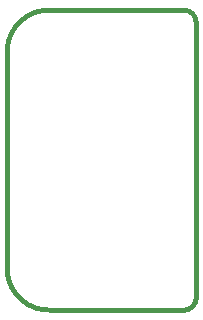
<source format=gbr>
G04 (created by PCBNEW (2013-04-19 BZR 4011)-stable) date 16/10/2013 10:05:19*
%MOIN*%
G04 Gerber Fmt 3.4, Leading zero omitted, Abs format*
%FSLAX34Y34*%
G01*
G70*
G90*
G04 APERTURE LIST*
%ADD10C,2.3622e-006*%
%ADD11C,0.015*%
G04 APERTURE END LIST*
G54D10*
G54D11*
X60000Y-35100D02*
X64400Y-35100D01*
X60000Y-45100D02*
X64400Y-45100D01*
X64800Y-35500D02*
X64800Y-44700D01*
X64800Y-35500D02*
G75*
G03X64400Y-35100I-400J0D01*
G74*
G01*
X64400Y-45100D02*
G75*
G03X64800Y-44700I0J400D01*
G74*
G01*
X58500Y-43800D02*
X58500Y-36400D01*
X58500Y-43800D02*
G75*
G03X60000Y-45099I1399J100D01*
G74*
G01*
X60000Y-35100D02*
G75*
G03X58500Y-36399I-100J-1399D01*
G74*
G01*
M02*

</source>
